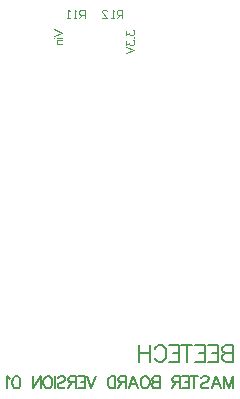
<source format=gbo>
G04*
G04 #@! TF.GenerationSoftware,Altium Limited,Altium Designer,20.1.14 (287)*
G04*
G04 Layer_Color=32896*
%FSLAX44Y44*%
%MOMM*%
G71*
G04*
G04 #@! TF.SameCoordinates,16ADFD51-ADDE-4969-A661-75AF1340BC1C*
G04*
G04*
G04 #@! TF.FilePolarity,Positive*
G04*
G01*
G75*
%ADD13C,0.2000*%
%ADD14C,0.1000*%
D13*
X303870Y517495D02*
Y503498D01*
Y517495D02*
X297871D01*
X295872Y516828D01*
X295205Y516162D01*
X294539Y514829D01*
Y513496D01*
X295205Y512163D01*
X295872Y511496D01*
X297871Y510830D01*
X303870D02*
X297871D01*
X295872Y510163D01*
X295205Y509497D01*
X294539Y508164D01*
Y506164D01*
X295205Y504831D01*
X295872Y504165D01*
X297871Y503498D01*
X303870D01*
X282741Y517495D02*
X291406D01*
Y503498D01*
X282741D01*
X291406Y510830D02*
X286074D01*
X271744Y517495D02*
X280408D01*
Y503498D01*
X271744D01*
X280408Y510830D02*
X275076D01*
X264745Y517495D02*
Y503498D01*
X269411Y517495D02*
X260079D01*
X249748D02*
X258413D01*
Y503498D01*
X249748D01*
X258413Y510830D02*
X253081D01*
X237418Y514162D02*
X238084Y515495D01*
X239417Y516828D01*
X240750Y517495D01*
X243416D01*
X244749Y516828D01*
X246082Y515495D01*
X246749Y514162D01*
X247416Y512163D01*
Y508830D01*
X246749Y506831D01*
X246082Y505498D01*
X244749Y504165D01*
X243416Y503498D01*
X240750D01*
X239417Y504165D01*
X238084Y505498D01*
X237418Y506831D01*
X233485Y517495D02*
Y503498D01*
X224154Y517495D02*
Y503498D01*
X233485Y510830D02*
X224154D01*
X303816Y491042D02*
Y481044D01*
Y491042D02*
X300007Y481044D01*
X296199Y491042D02*
X300007Y481044D01*
X296199Y491042D02*
Y481044D01*
X285725D02*
X289533Y491042D01*
X293342Y481044D01*
X291914Y484377D02*
X287153D01*
X276727Y489614D02*
X277679Y490566D01*
X279107Y491042D01*
X281011D01*
X282440Y490566D01*
X283392Y489614D01*
Y488661D01*
X282916Y487709D01*
X282440Y487233D01*
X281487Y486757D01*
X278631Y485805D01*
X277679Y485329D01*
X277203Y484853D01*
X276727Y483900D01*
Y482472D01*
X277679Y481520D01*
X279107Y481044D01*
X281011D01*
X282440Y481520D01*
X283392Y482472D01*
X271156Y491042D02*
Y481044D01*
X274489Y491042D02*
X267824D01*
X260444D02*
X266633D01*
Y481044D01*
X260444D01*
X266633Y486281D02*
X262825D01*
X258778Y491042D02*
Y481044D01*
Y491042D02*
X254493D01*
X253065Y490566D01*
X252589Y490090D01*
X252113Y489137D01*
Y488185D01*
X252589Y487233D01*
X253065Y486757D01*
X254493Y486281D01*
X258778D01*
X255445D02*
X252113Y481044D01*
X242020Y491042D02*
Y481044D01*
Y491042D02*
X237735D01*
X236307Y490566D01*
X235831Y490090D01*
X235354Y489137D01*
Y488185D01*
X235831Y487233D01*
X236307Y486757D01*
X237735Y486281D01*
X242020D02*
X237735D01*
X236307Y485805D01*
X235831Y485329D01*
X235354Y484377D01*
Y482948D01*
X235831Y481996D01*
X236307Y481520D01*
X237735Y481044D01*
X242020D01*
X230260Y491042D02*
X231213Y490566D01*
X232165Y489614D01*
X232641Y488661D01*
X233117Y487233D01*
Y484853D01*
X232641Y483424D01*
X232165Y482472D01*
X231213Y481520D01*
X230260Y481044D01*
X228356D01*
X227404Y481520D01*
X226452Y482472D01*
X225975Y483424D01*
X225499Y484853D01*
Y487233D01*
X225975Y488661D01*
X226452Y489614D01*
X227404Y490566D01*
X228356Y491042D01*
X230260D01*
X215549Y481044D02*
X219358Y491042D01*
X223167Y481044D01*
X221738Y484377D02*
X216978D01*
X213216Y491042D02*
Y481044D01*
Y491042D02*
X208932D01*
X207503Y490566D01*
X207027Y490090D01*
X206551Y489137D01*
Y488185D01*
X207027Y487233D01*
X207503Y486757D01*
X208932Y486281D01*
X213216D01*
X209884D02*
X206551Y481044D01*
X204314Y491042D02*
Y481044D01*
Y491042D02*
X200981D01*
X199553Y490566D01*
X198601Y489614D01*
X198124Y488661D01*
X197648Y487233D01*
Y484853D01*
X198124Y483424D01*
X198601Y482472D01*
X199553Y481520D01*
X200981Y481044D01*
X204314D01*
X187555Y491042D02*
X183746Y481044D01*
X179938Y491042D02*
X183746Y481044D01*
X172463Y491042D02*
X178652D01*
Y481044D01*
X172463D01*
X178652Y486281D02*
X174844D01*
X170797Y491042D02*
Y481044D01*
Y491042D02*
X166512D01*
X165084Y490566D01*
X164608Y490090D01*
X164132Y489137D01*
Y488185D01*
X164608Y487233D01*
X165084Y486757D01*
X166512Y486281D01*
X170797D01*
X167464D02*
X164132Y481044D01*
X155229Y489614D02*
X156181Y490566D01*
X157609Y491042D01*
X159514D01*
X160942Y490566D01*
X161894Y489614D01*
Y488661D01*
X161418Y487709D01*
X160942Y487233D01*
X159990Y486757D01*
X157133Y485805D01*
X156181Y485329D01*
X155705Y484853D01*
X155229Y483900D01*
Y482472D01*
X156181Y481520D01*
X157609Y481044D01*
X159514D01*
X160942Y481520D01*
X161894Y482472D01*
X152991Y491042D02*
Y481044D01*
X148040Y491042D02*
X148992Y490566D01*
X149944Y489614D01*
X150420Y488661D01*
X150896Y487233D01*
Y484853D01*
X150420Y483424D01*
X149944Y482472D01*
X148992Y481520D01*
X148040Y481044D01*
X146136D01*
X145183Y481520D01*
X144231Y482472D01*
X143755Y483424D01*
X143279Y484853D01*
Y487233D01*
X143755Y488661D01*
X144231Y489614D01*
X145183Y490566D01*
X146136Y491042D01*
X148040D01*
X140946D02*
Y481044D01*
Y491042D02*
X134281Y481044D01*
Y491042D02*
Y481044D01*
X120808Y491042D02*
X122236Y490566D01*
X123188Y489137D01*
X123664Y486757D01*
Y485329D01*
X123188Y482948D01*
X122236Y481520D01*
X120808Y481044D01*
X119855D01*
X118427Y481520D01*
X117475Y482948D01*
X116999Y485329D01*
Y486757D01*
X117475Y489137D01*
X118427Y490566D01*
X119855Y491042D01*
X120808D01*
X114761Y489137D02*
X113809Y489614D01*
X112381Y491042D01*
Y481044D01*
D14*
X152275Y784876D02*
X159274Y782210D01*
X152275Y779544D02*
X159274Y782210D01*
X152275Y777978D02*
X152609Y777644D01*
X152275Y777311D01*
X151942Y777644D01*
X152275Y777978D01*
X154608Y777644D02*
X159274D01*
X154608Y776078D02*
X159274D01*
X155941D02*
X154942Y775078D01*
X154608Y774412D01*
Y773412D01*
X154942Y772745D01*
X155941Y772412D01*
X159274D01*
X213235Y783866D02*
Y780200D01*
X215902Y782199D01*
Y781199D01*
X216235Y780533D01*
X216568Y780200D01*
X217568Y779866D01*
X218234D01*
X219234Y780200D01*
X219901Y780866D01*
X220234Y781866D01*
Y782866D01*
X219901Y783866D01*
X219568Y784199D01*
X218901Y784532D01*
X219568Y777967D02*
X219901Y778300D01*
X220234Y777967D01*
X219901Y777633D01*
X219568Y777967D01*
X213235Y775434D02*
Y771768D01*
X215902Y773768D01*
Y772768D01*
X216235Y772101D01*
X216568Y771768D01*
X217568Y771435D01*
X218234D01*
X219234Y771768D01*
X219901Y772434D01*
X220234Y773434D01*
Y774434D01*
X219901Y775434D01*
X219568Y775767D01*
X218901Y776100D01*
X213235Y769868D02*
X220234Y767202D01*
X213235Y764536D02*
X220234Y767202D01*
X178269Y794572D02*
Y801570D01*
X174770D01*
X173604Y800404D01*
Y798071D01*
X174770Y796905D01*
X178269D01*
X175936D02*
X173604Y794572D01*
X171271D02*
X168939D01*
X170105D01*
Y801570D01*
X171271Y800404D01*
X165440Y794572D02*
X163107D01*
X164273D01*
Y801570D01*
X165440Y800404D01*
X210254Y794572D02*
Y801570D01*
X206755D01*
X205589Y800404D01*
Y798071D01*
X206755Y796905D01*
X210254D01*
X207922D02*
X205589Y794572D01*
X203257D02*
X200924D01*
X202090D01*
Y801570D01*
X203257Y800404D01*
X192760Y794572D02*
X197425D01*
X192760Y799238D01*
Y800404D01*
X193926Y801570D01*
X196259D01*
X197425Y800404D01*
M02*

</source>
